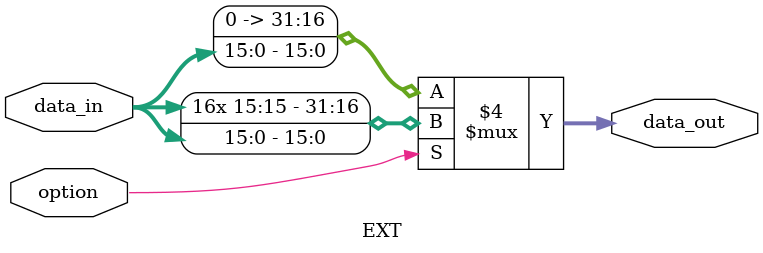
<source format=v>
`timescale 1ns / 1ps
module EXT(
    input [15:0] data_in,
    input option,
    output reg [31:0] data_out
    );
	
	always@ (*) begin
		if (option == 1'b0) begin // ÁãÀ©Õ¹
			data_out <= {{16{1'b0}}, data_in};
		end else begin // ·ûºÅÀ©Õ¹
			data_out <= {{16{data_in[15]}}, data_in};
		end
	end

endmodule

</source>
